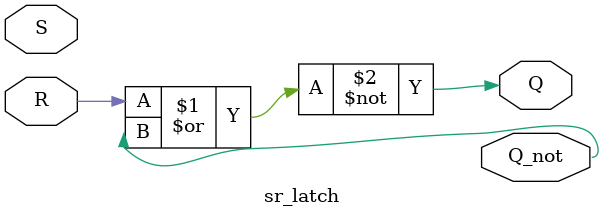
<source format=v>
module sr_latch(
    input wire S, R,
    output wire Q, Q_not);

    assign Q = ~(R | Q_not);
    assign Q0 = ~(S | Q);

endmodule
</source>
